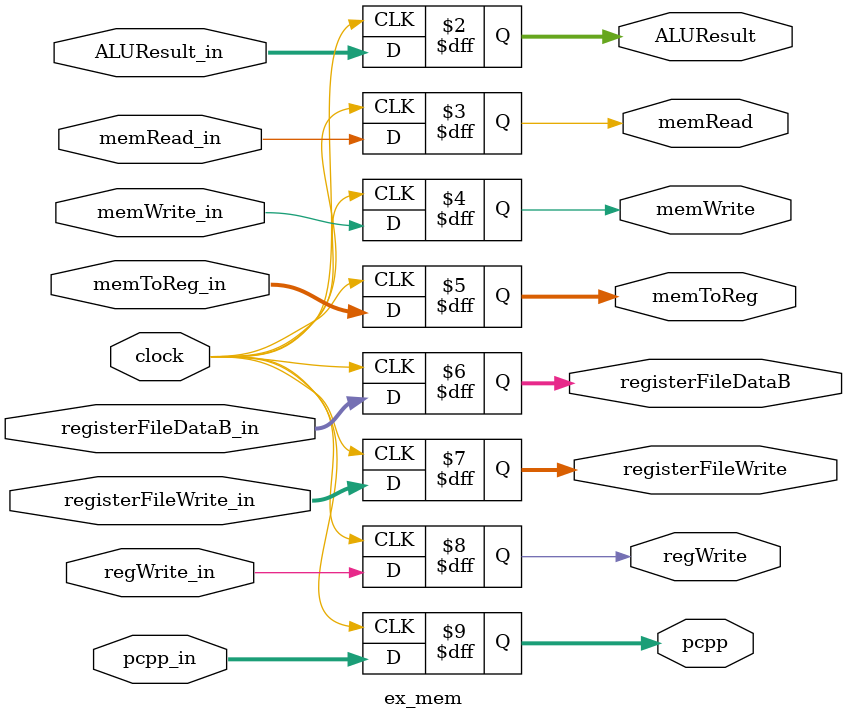
<source format=v>
module ex_mem(clock,
	ALUResult_in,
	memRead_in,
	memWrite_in,
	memToReg_in,
	registerFileDataB_in,
	registerFileWrite_in,
	regWrite_in,
	pcpp_in,
	ALUResult,
	memRead,
	memWrite,
	memToReg,
	registerFileDataB,
	registerFileWrite,
	regWrite,
	pcpp
);

input clock;
input [31:0] ALUResult_in;
input memRead_in, memWrite_in;
input [1:0] memToReg_in;
input [31:0] registerFileDataB_in;
input [3:0] registerFileWrite_in;
input regWrite_in;
input [31:0] pcpp_in;
output reg [31:0] ALUResult;
output reg memRead, memWrite;
output reg [1:0] memToReg;
output reg [31:0] registerFileDataB;
output reg [3:0] registerFileWrite;
output reg regWrite;
output reg [31:0] pcpp;

always @(negedge clock) begin
	ALUResult = ALUResult_in;
	memRead = memRead_in;
	memWrite = memWrite_in;
	memToReg = memToReg_in;
	registerFileDataB = registerFileDataB_in;
	registerFileWrite = registerFileWrite_in;
	regWrite = regWrite_in;
	pcpp = pcpp_in;
end

endmodule
</source>
